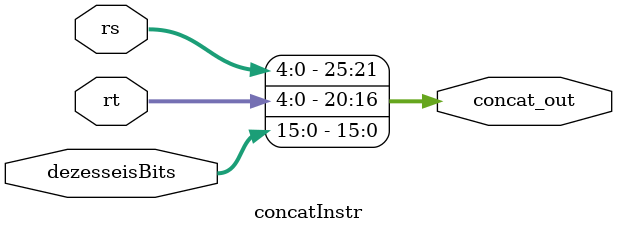
<source format=sv>
module concatInstr
(	input logic [15:0] dezesseisBits, 
	input logic[4:0] rt, 
	input logic[4:0] rs, 
	output logic[25:0] concat_out
	);

 always_comb
	begin
		concat_out = {rs[4:0], rt[4:0], dezesseisBits[15:0]};
	end
endmodule: concatInstr
</source>
